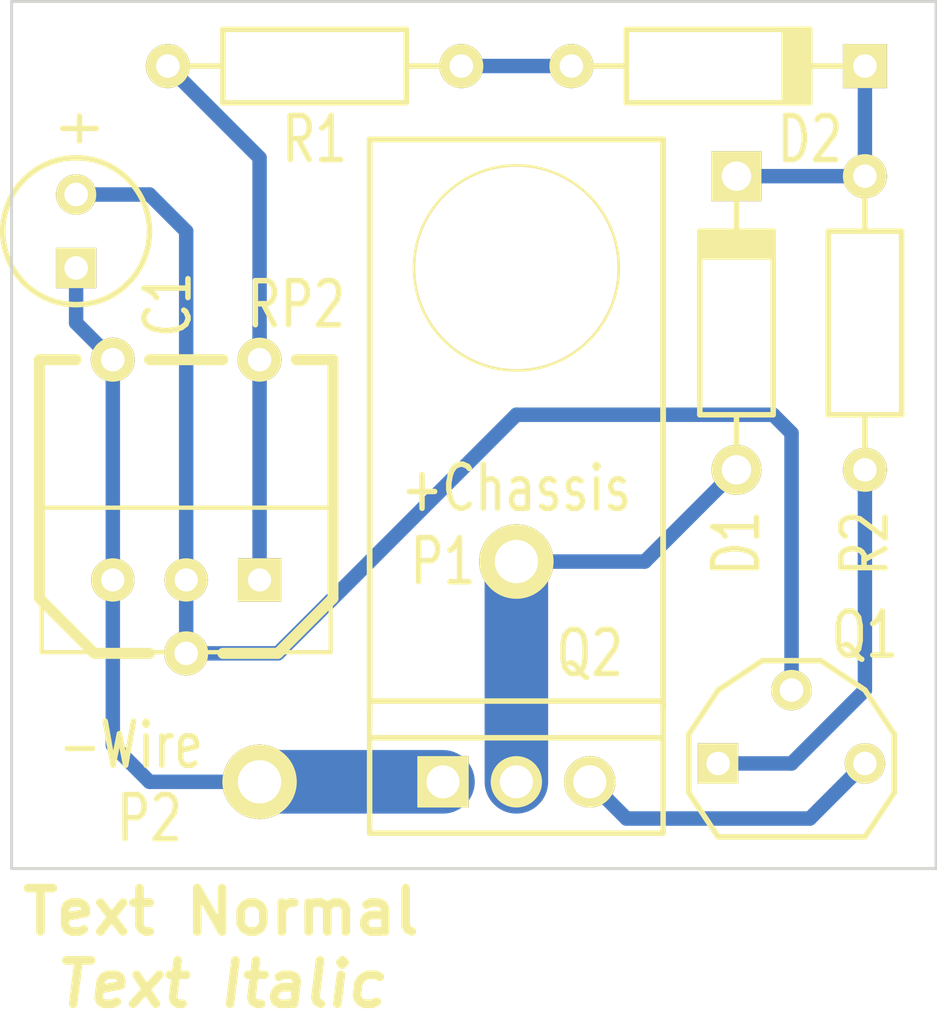
<source format=kicad_pcb>
(kicad_pcb (version 4) (host pcbnew 4.0.7+dfsg1-1)

  (general
    (links 16)
    (no_connects 0)
    (area 98.20595 98.33295 132.050001 130.050001)
    (thickness 1.6)
    (drawings 9)
    (tracks 31)
    (zones 0)
    (modules 12)
    (nets 9)
  )

  (page A4)
  (layers
    (0 F.Cu signal)
    (31 B.Cu signal)
    (32 B.Adhes user)
    (33 F.Adhes user)
    (34 B.Paste user)
    (35 F.Paste user)
    (36 B.SilkS user)
    (37 F.SilkS user)
    (38 B.Mask user)
    (39 F.Mask user)
    (40 Dwgs.User user)
    (41 Cmts.User user)
    (42 Eco1.User user)
    (43 Eco2.User user)
    (44 Edge.Cuts user)
    (45 Margin user)
    (46 B.CrtYd user)
    (47 F.CrtYd user)
    (48 B.Fab user)
    (49 F.Fab user)
  )

  (setup
    (last_trace_width 0.5)
    (user_trace_width 0.5)
    (trace_clearance 0.2)
    (zone_clearance 0.508)
    (zone_45_only no)
    (trace_min 0.2)
    (segment_width 0.2)
    (edge_width 0.1)
    (via_size 0.6)
    (via_drill 0.4)
    (via_min_size 0.4)
    (via_min_drill 0.3)
    (uvia_size 0.3)
    (uvia_drill 0.1)
    (uvias_allowed no)
    (uvia_min_size 0.2)
    (uvia_min_drill 0.1)
    (pcb_text_width 0.3)
    (pcb_text_size 1.5 1.5)
    (mod_edge_width 0.15)
    (mod_text_size 1 1)
    (mod_text_width 0.15)
    (pad_size 7 7)
    (pad_drill 7)
    (pad_to_mask_clearance 0)
    (aux_axis_origin 0 0)
    (visible_elements FFFFFF7F)
    (pcbplotparams
      (layerselection 0x010fc_80000001)
      (usegerberextensions false)
      (excludeedgelayer false)
      (linewidth 0.100000)
      (plotframeref false)
      (viasonmask false)
      (mode 1)
      (useauxorigin false)
      (hpglpennumber 1)
      (hpglpenspeed 20)
      (hpglpendiameter 15)
      (hpglpenoverlay 2)
      (psnegative false)
      (psa4output false)
      (plotreference true)
      (plotvalue true)
      (plotinvisibletext false)
      (padsonsilk false)
      (subtractmaskfromsilk false)
      (outputformat 1)
      (mirror false)
      (drillshape 0)
      (scaleselection 1)
      (outputdirectory production))
  )

  (net 0 "")
  (net 1 "Net-(C1-Pad2)")
  (net 2 "Net-(D1-Pad1)")
  (net 3 "Net-(D2-Pad2)")
  (net 4 "Net-(Q1-PadC)")
  (net 5 "Net-(Q1-PadE)")
  (net 6 /MINUS)
  (net 7 /PLUS)
  (net 8 "Net-(R1-Pad2)")

  (net_class Default "This is the default net class."
    (clearance 0.2)
    (trace_width 0.5)
    (via_dia 0.6)
    (via_drill 0.4)
    (uvia_dia 0.3)
    (uvia_drill 0.1)
    (add_net "Net-(C1-Pad2)")
    (add_net "Net-(D1-Pad1)")
    (add_net "Net-(D2-Pad2)")
    (add_net "Net-(Q1-PadC)")
    (add_net "Net-(Q1-PadE)")
    (add_net "Net-(R1-Pad2)")
  )

  (net_class Power ""
    (clearance 0.2)
    (trace_width 2.2)
    (via_dia 0.6)
    (via_drill 0.4)
    (uvia_dia 0.3)
    (uvia_drill 0.1)
    (add_net /MINUS)
    (add_net /PLUS)
  )

  (module d_gen:D_L400_W100_D40 (layer F.Cu) (tedit 57ED4B95) (tstamp 57ED4352)
    (at 125.095 111.125 90)
    (descr "Module D_L400_W100, length 400 width 100 drill 40")
    (path /56E87A10)
    (fp_text reference D1 (at -7.62 0 90) (layer F.SilkS)
      (effects (font (size 1.524 1.143) (thickness 0.1905)))
    )
    (fp_text value 1N4004 (at 0 -2.54 90) (layer F.SilkS) hide
      (effects (font (size 1.524 1.143) (thickness 0.1905)))
    )
    (fp_line (start -3.175 1.27) (end 3.175 1.27) (layer F.SilkS) (width 0.1905))
    (fp_line (start 3.175 1.27) (end 3.175 -1.27) (layer F.SilkS) (width 0.1905))
    (fp_line (start 3.175 -1.27) (end -3.175 -1.27) (layer F.SilkS) (width 0.1905))
    (fp_line (start -3.175 -1.27) (end -3.175 1.27) (layer F.SilkS) (width 0.1905))
    (fp_line (start -5.08 0) (end -3.175 0) (layer F.SilkS) (width 0.1905))
    (fp_line (start 5.08 0) (end 3.175 0) (layer F.SilkS) (width 0.1905))
    (fp_line (start 2.9972 1.27) (end 2.9972 -1.27) (layer F.SilkS) (width 0.1905))
    (fp_line (start 2.8194 1.27) (end 2.8194 -1.27) (layer F.SilkS) (width 0.1905))
    (fp_line (start 2.6416 1.27) (end 2.6416 -1.27) (layer F.SilkS) (width 0.1905))
    (fp_line (start 2.4638 1.27) (end 2.4638 -1.27) (layer F.SilkS) (width 0.1905))
    (fp_line (start 2.286 1.27) (end 2.286 -1.27) (layer F.SilkS) (width 0.1905))
    (pad 1 thru_hole rect (at 5.08 0 90) (size 1.7272 1.7272) (drill 1.016) (layers *.Cu *.Mask F.SilkS)
      (net 2 "Net-(D1-Pad1)"))
    (pad 2 thru_hole circle (at -5.08 0 90) (size 1.7272 1.7272) (drill 1.016) (layers *.Cu *.Mask F.SilkS)
      (net 7 /PLUS))
  )

  (module d_gen:D_L400_W100 (layer F.Cu) (tedit 57ED4B91) (tstamp 57ED4363)
    (at 124.46 102.235)
    (descr "Module D_L400_W100, length 400 width 100")
    (path /56E87547)
    (fp_text reference D2 (at 3.175 2.54) (layer F.SilkS)
      (effects (font (size 1.524 1.143) (thickness 0.1905)))
    )
    (fp_text value 5.1V (at 0 -2.54) (layer F.SilkS) hide
      (effects (font (size 1.524 1.143) (thickness 0.1905)))
    )
    (fp_line (start -3.175 1.27) (end 3.175 1.27) (layer F.SilkS) (width 0.1905))
    (fp_line (start 3.175 1.27) (end 3.175 -1.27) (layer F.SilkS) (width 0.1905))
    (fp_line (start 3.175 -1.27) (end -3.175 -1.27) (layer F.SilkS) (width 0.1905))
    (fp_line (start -3.175 -1.27) (end -3.175 1.27) (layer F.SilkS) (width 0.1905))
    (fp_line (start -5.08 0) (end -3.175 0) (layer F.SilkS) (width 0.1905))
    (fp_line (start 5.08 0) (end 3.175 0) (layer F.SilkS) (width 0.1905))
    (fp_line (start 2.9972 1.27) (end 2.9972 -1.27) (layer F.SilkS) (width 0.1905))
    (fp_line (start 2.8194 1.27) (end 2.8194 -1.27) (layer F.SilkS) (width 0.1905))
    (fp_line (start 2.6416 1.27) (end 2.6416 -1.27) (layer F.SilkS) (width 0.1905))
    (fp_line (start 2.4638 1.27) (end 2.4638 -1.27) (layer F.SilkS) (width 0.1905))
    (fp_line (start 2.286 1.27) (end 2.286 -1.27) (layer F.SilkS) (width 0.1905))
    (pad 1 thru_hole rect (at 5.08 0) (size 1.524 1.524) (drill 0.8128) (layers *.Cu *.Mask F.SilkS)
      (net 2 "Net-(D1-Pad1)"))
    (pad 2 thru_hole circle (at -5.08 0) (size 1.524 1.524) (drill 0.8128) (layers *.Cu *.Mask F.SilkS)
      (net 3 "Net-(D2-Pad2)"))
  )

  (module p_gen_conn:P_1_WIRE_1_5_MM (layer F.Cu) (tedit 57ED4C66) (tstamp 57ED4368)
    (at 117.475 119.38)
    (descr "Module P_1_WIRE_1_5_MM, drill 1.500000 MM")
    (path /56E876B9)
    (fp_text reference P1 (at -2.54 0) (layer F.SilkS)
      (effects (font (size 1.524 1.143) (thickness 0.1905)))
    )
    (fp_text value +Chassis (at 0 -2.54) (layer F.SilkS)
      (effects (font (size 1.524 1.143) (thickness 0.1905)))
    )
    (pad 1 thru_hole circle (at 0 0) (size 2.57556 2.57556) (drill 1.4986) (layers *.Cu *.Mask F.SilkS)
      (net 7 /PLUS))
  )

  (module p_gen_conn:P_1_WIRE_1_5_MM (layer F.Cu) (tedit 57ED4B74) (tstamp 57ED436D)
    (at 108.585 127)
    (descr "Module P_1_WIRE_1_5_MM, drill 1.500000 MM")
    (path /56E8779A)
    (fp_text reference P2 (at -3.81 1.27) (layer F.SilkS)
      (effects (font (size 1.524 1.143) (thickness 0.1905)))
    )
    (fp_text value -Wire (at -4.445 -1.27) (layer F.SilkS)
      (effects (font (size 1.524 1.143) (thickness 0.1905)))
    )
    (pad 1 thru_hole circle (at 0 0) (size 2.57556 2.57556) (drill 1.4986) (layers *.Cu *.Mask F.SilkS)
      (net 6 /MINUS))
  )

  (module q_gen:Q_3_TO92_CBE (layer F.Cu) (tedit 57ED4BA0) (tstamp 57ED438E)
    (at 127 126.365)
    (descr "Module Q_3_TO92_CBE")
    (path /56E873FA)
    (fp_text reference Q1 (at 2.54 -4.445) (layer F.SilkS)
      (effects (font (size 1.524 1.143) (thickness 0.1905)))
    )
    (fp_text value BC337 (at 0 -4.826) (layer F.SilkS) hide
      (effects (font (size 1.524 1.143) (thickness 0.1905)))
    )
    (fp_line (start 2.54 2.54) (end 3.556 1.016) (layer F.SilkS) (width 0.1905))
    (fp_line (start 3.556 1.016) (end 3.556 -1.016) (layer F.SilkS) (width 0.1905))
    (fp_line (start 3.556 -1.016) (end 2.54 -2.54) (layer F.SilkS) (width 0.1905))
    (fp_line (start 2.54 -2.54) (end 1.016 -3.556) (layer F.SilkS) (width 0.1905))
    (fp_line (start 1.016 -3.556) (end -1.016 -3.556) (layer F.SilkS) (width 0.1905))
    (fp_line (start -1.016 -3.556) (end -2.54 -2.54) (layer F.SilkS) (width 0.1905))
    (fp_line (start -2.54 -2.54) (end -3.556 -1.016) (layer F.SilkS) (width 0.1905))
    (fp_line (start -3.556 -1.016) (end -3.556 1.016) (layer F.SilkS) (width 0.1905))
    (fp_line (start -3.556 1.016) (end -2.54 2.54) (layer F.SilkS) (width 0.1905))
    (fp_line (start -2.54 2.54) (end 2.54 2.54) (layer F.SilkS) (width 0.1905))
    (pad C thru_hole rect (at -2.54 0) (size 1.397 1.397) (drill 0.8128) (layers *.Cu *.Mask F.SilkS)
      (net 4 "Net-(Q1-PadC)"))
    (pad B thru_hole circle (at 0 -2.54) (size 1.397 1.397) (drill 0.8128) (layers *.Cu *.Mask F.SilkS)
      (net 1 "Net-(C1-Pad2)"))
    (pad E thru_hole circle (at 2.54 0) (size 1.397 1.397) (drill 0.8128) (layers *.Cu *.Mask F.SilkS)
      (net 5 "Net-(Q1-PadE)"))
  )

  (module r_gen:R_L400_W100 (layer F.Cu) (tedit 200000) (tstamp 57ED43B6)
    (at 110.49 102.235)
    (descr "Module R_L400_W100, length 400 width 100")
    (path /56E8749D)
    (fp_text reference R1 (at 0 2.54) (layer F.SilkS)
      (effects (font (size 1.524 1.143) (thickness 0.1905)))
    )
    (fp_text value 470 (at 0 -2.54) (layer F.SilkS) hide
      (effects (font (size 1.524 1.143) (thickness 0.1905)))
    )
    (fp_line (start -3.175 1.27) (end 3.175 1.27) (layer F.SilkS) (width 0.1905))
    (fp_line (start 3.175 1.27) (end 3.175 -1.27) (layer F.SilkS) (width 0.1905))
    (fp_line (start 3.175 -1.27) (end -3.175 -1.27) (layer F.SilkS) (width 0.1905))
    (fp_line (start -3.175 -1.27) (end -3.175 1.27) (layer F.SilkS) (width 0.1905))
    (fp_line (start -5.08 0) (end -3.175 0) (layer F.SilkS) (width 0.1905))
    (fp_line (start 5.08 0) (end 3.175 0) (layer F.SilkS) (width 0.1905))
    (pad 1 thru_hole circle (at 5.08 0) (size 1.524 1.524) (drill 0.8128) (layers *.Cu *.Mask F.SilkS)
      (net 3 "Net-(D2-Pad2)"))
    (pad 2 thru_hole circle (at -5.08 0) (size 1.524 1.524) (drill 0.8128) (layers *.Cu *.Mask F.SilkS)
      (net 8 "Net-(R1-Pad2)"))
  )

  (module r_gen:R_L400_W100 (layer F.Cu) (tedit 57ED4B97) (tstamp 57ED43C2)
    (at 129.54 111.125 90)
    (descr "Module R_L400_W100, length 400 width 100")
    (path /56E87C60)
    (fp_text reference R2 (at -7.62 0 90) (layer F.SilkS)
      (effects (font (size 1.524 1.143) (thickness 0.1905)))
    )
    (fp_text value 1k (at 0 -2.54 90) (layer F.SilkS) hide
      (effects (font (size 1.524 1.143) (thickness 0.1905)))
    )
    (fp_line (start -3.175 1.27) (end 3.175 1.27) (layer F.SilkS) (width 0.1905))
    (fp_line (start 3.175 1.27) (end 3.175 -1.27) (layer F.SilkS) (width 0.1905))
    (fp_line (start 3.175 -1.27) (end -3.175 -1.27) (layer F.SilkS) (width 0.1905))
    (fp_line (start -3.175 -1.27) (end -3.175 1.27) (layer F.SilkS) (width 0.1905))
    (fp_line (start -5.08 0) (end -3.175 0) (layer F.SilkS) (width 0.1905))
    (fp_line (start 5.08 0) (end 3.175 0) (layer F.SilkS) (width 0.1905))
    (pad 1 thru_hole circle (at 5.08 0 90) (size 1.524 1.524) (drill 0.8128) (layers *.Cu *.Mask F.SilkS)
      (net 2 "Net-(D1-Pad1)"))
    (pad 2 thru_hole circle (at -5.08 0 90) (size 1.524 1.524) (drill 0.8128) (layers *.Cu *.Mask F.SilkS)
      (net 4 "Net-(Q1-PadC)"))
  )

  (module c_gen:C_W100_D200 (layer F.Cu) (tedit 57ED4B80) (tstamp 57ED465E)
    (at 102.235 107.95 90)
    (descr "Module C_W100_D200, distance 100 diameter 200")
    (path /56E874F2)
    (fp_text reference C1 (at -2.54 3.175 90) (layer F.SilkS)
      (effects (font (size 1.524 1.143) (thickness 0.1905)))
    )
    (fp_text value 22uF (at 0 -2.667 90) (layer F.SilkS) hide
      (effects (font (size 1.524 1.143) (thickness 0.1905)))
    )
    (fp_text user + (at 3.556 0 90) (layer F.SilkS)
      (effects (font (size 1.524 1.143) (thickness 0.1905)))
    )
    (fp_circle (center 0 0) (end 2.54 0) (layer F.SilkS) (width 0.1905))
    (pad 1 thru_hole rect (at -1.27 0 90) (size 1.397 1.397) (drill 0.8128) (layers *.Cu *.Mask F.SilkS)
      (net 6 /MINUS))
    (pad 2 thru_hole circle (at 1.27 0 90) (size 1.397 1.397) (drill 0.8128) (layers *.Cu *.Mask F.SilkS)
      (net 1 "Net-(C1-Pad2)"))
  )

  (module mech_gen:HOLE_3_5MM_7 (layer F.Cu) (tedit 57ED4B8D) (tstamp 57ED466A)
    (at 117.475 109.22)
    (descr "Module HOLE_3_5MM_7, hole 3.500000MM, space 7.000000")
    (path /57ED4590)
    (fp_text reference M1 (at 0 -3.81) (layer F.SilkS) hide
      (effects (font (size 1.524 1.143) (thickness 0.1905)))
    )
    (fp_text value HOLE (at 0 0) (layer F.SilkS) hide
      (effects (font (thickness 0.15)))
    )
    (fp_circle (center 0 0) (end 3.49758 0) (layer F.SilkS) (width 0.1905))
    (pad "" np_thru_hole circle (at 0 0) (size 7 7) (drill 7) (layers *.Cu *.SilkS *.Mask))
  )

  (module q_gen:Q_3_TO220_CAG_V (layer F.Cu) (tedit 57ED4BA9) (tstamp 57ED466B)
    (at 117.475 127)
    (descr "Module Q_3_TO220_CAG_V")
    (path /56E88BEC)
    (fp_text reference Q2 (at 2.54 -4.445) (layer F.SilkS)
      (effects (font (size 1.524 1.143) (thickness 0.1905)))
    )
    (fp_text value S0805MH (at 0 -4.064) (layer F.SilkS) hide
      (effects (font (size 1.524 1.143) (thickness 0.1905)))
    )
    (fp_line (start 5.08 -2.794) (end -5.08 -2.794) (layer F.SilkS) (width 0.1905))
    (fp_line (start -5.08 -2.794) (end -5.08 1.778) (layer F.SilkS) (width 0.1905))
    (fp_line (start -5.08 1.778) (end 5.08 1.778) (layer F.SilkS) (width 0.1905))
    (fp_line (start 5.08 1.778) (end 5.08 -2.794) (layer F.SilkS) (width 0.1905))
    (fp_line (start 5.08 -1.524) (end -5.08 -1.524) (layer F.SilkS) (width 0.1905))
    (pad C thru_hole rect (at -2.54 0) (size 1.778 1.778) (drill 1.143) (layers *.Cu *.Mask F.SilkS)
      (net 6 /MINUS))
    (pad A thru_hole circle (at 0 0) (size 1.778 1.778) (drill 1.143) (layers *.Cu *.Mask F.SilkS)
      (net 7 /PLUS))
    (pad G thru_hole circle (at 2.54 0) (size 1.778 1.778) (drill 1.143) (layers *.Cu *.Mask F.SilkS)
      (net 5 "Net-(Q1-PadE)"))
  )

  (module misc:RP_TH_H (layer F.Cu) (tedit 57ED52A8) (tstamp 57ED9A77)
    (at 106.045 117.475 180)
    (path /57ED53FE)
    (fp_text reference RP1 (at 0 1.905 180) (layer F.SilkS) hide
      (effects (font (thickness 0.3048)))
    )
    (fp_text value 1k (at 0 7.62 180) (layer F.SilkS) hide
      (effects (font (thickness 0.3048)))
    )
    (fp_line (start -3.81 5.08) (end -5.08 5.08) (layer F.SilkS) (width 0.381))
    (fp_line (start -5.08 5.08) (end -5.08 -3.175) (layer F.SilkS) (width 0.381))
    (fp_line (start -5.08 -3.175) (end -3.175 -5.08) (layer F.SilkS) (width 0.381))
    (fp_line (start -3.175 -5.08) (end -1.27 -5.08) (layer F.SilkS) (width 0.381))
    (fp_line (start 1.27 5.08) (end -1.27 5.08) (layer F.SilkS) (width 0.381))
    (fp_line (start 1.27 -5.08) (end 3.175 -5.08) (layer F.SilkS) (width 0.381))
    (fp_line (start 3.175 -5.08) (end 5.08 -3.175) (layer F.SilkS) (width 0.381))
    (fp_line (start 5.08 -3.175) (end 5.08 5.08) (layer F.SilkS) (width 0.381))
    (fp_line (start 5.08 5.08) (end 3.81 5.08) (layer F.SilkS) (width 0.381))
    (pad 1 thru_hole circle (at -2.54 5.08 180) (size 1.524 1.524) (drill 0.8128) (layers *.Cu *.Mask F.SilkS)
      (net 8 "Net-(R1-Pad2)"))
    (pad 2 thru_hole circle (at 2.54 5.08 180) (size 1.524 1.524) (drill 0.8128) (layers *.Cu *.Mask F.SilkS)
      (net 6 /MINUS))
    (pad 3 thru_hole circle (at 0 -5.08 180) (size 1.524 1.524) (drill 0.8128) (layers *.Cu *.Mask F.SilkS)
      (net 1 "Net-(C1-Pad2)"))
  )

  (module misc:RP_TH_V_10x5mm (layer F.Cu) (tedit 57ED52D0) (tstamp 57ED9A82)
    (at 106.045 120.015 180)
    (path /56E8757A)
    (fp_text reference RP2 (at -3.81 9.525 180) (layer F.SilkS)
      (effects (font (size 1.524 1.143) (thickness 0.1905)))
    )
    (fp_text value 1k (at 0 3.556 180) (layer F.SilkS) hide
      (effects (font (size 1 1) (thickness 0.15)))
    )
    (fp_line (start -5 2.5) (end -5 -2.5) (layer F.SilkS) (width 0.15))
    (fp_line (start -5 -2.5) (end 5 -2.5) (layer F.SilkS) (width 0.15))
    (fp_line (start 5 -2.5) (end 5 2.5) (layer F.SilkS) (width 0.15))
    (fp_line (start 5 2.5) (end -5 2.5) (layer F.SilkS) (width 0.15))
    (pad 1 thru_hole rect (at -2.54 0 180) (size 1.5 1.5) (drill 0.8) (layers *.Cu *.Mask F.SilkS)
      (net 8 "Net-(R1-Pad2)"))
    (pad 2 thru_hole circle (at 2.54 0 180) (size 1.5 1.5) (drill 0.8) (layers *.Cu *.Mask F.SilkS)
      (net 6 /MINUS))
    (pad 3 thru_hole circle (at 0 0 180) (size 1.5 1.5) (drill 0.8) (layers *.Cu *.Mask F.SilkS)
      (net 1 "Net-(C1-Pad2)"))
  )

  (gr_text "Text Italic" (at 107.25 134) (layer F.SilkS) (tstamp 5A26376E)
    (effects (font (size 1.5 1.5) (thickness 0.3) italic))
  )
  (gr_text "Text Normal" (at 107.25 131.5) (layer F.SilkS)
    (effects (font (size 1.5 1.5) (thickness 0.3)))
  )
  (gr_line (start 100 130) (end 100 100) (angle 90) (layer Edge.Cuts) (width 0.1))
  (gr_line (start 132 130) (end 100 130) (angle 90) (layer Edge.Cuts) (width 0.1))
  (gr_line (start 132 100) (end 132 130) (angle 90) (layer Edge.Cuts) (width 0.1))
  (gr_line (start 100 100) (end 132 100) (angle 90) (layer Edge.Cuts) (width 0.1))
  (gr_line (start 122.555 104.775) (end 122.555 124.46) (angle 90) (layer F.SilkS) (width 0.2))
  (gr_line (start 112.395 104.775) (end 122.555 104.775) (angle 90) (layer F.SilkS) (width 0.2))
  (gr_line (start 112.395 124.46) (end 112.395 104.775) (angle 90) (layer F.SilkS) (width 0.2))

  (segment (start 106.045 120.015) (end 106.045 107.95) (width 0.5) (layer B.Cu) (net 1))
  (segment (start 104.775 106.68) (end 102.235 106.68) (width 0.5) (layer B.Cu) (net 1) (tstamp 57ED9B0A))
  (segment (start 106.045 107.95) (end 104.775 106.68) (width 0.5) (layer B.Cu) (net 1) (tstamp 57ED9B09))
  (segment (start 106.045 122.555) (end 106.045 120.015) (width 0.5) (layer B.Cu) (net 1))
  (segment (start 106.045 122.555) (end 109.22 122.555) (width 0.5) (layer B.Cu) (net 1))
  (segment (start 109.22 122.555) (end 117.475 114.3) (width 0.5) (layer B.Cu) (net 1) (tstamp 57ED9AA9))
  (segment (start 127 123.825) (end 127 114.935) (width 0.5) (layer B.Cu) (net 1))
  (segment (start 127 114.935) (end 126.365 114.3) (width 0.5) (layer B.Cu) (net 1) (tstamp 57ED98CB))
  (segment (start 126.365 114.3) (end 117.475 114.3) (width 0.5) (layer B.Cu) (net 1) (tstamp 57ED98CC))
  (segment (start 129.54 106.045) (end 125.095 106.045) (width 0.5) (layer B.Cu) (net 2))
  (segment (start 129.54 102.235) (end 129.54 106.045) (width 0.5) (layer B.Cu) (net 2))
  (segment (start 115.57 102.235) (end 119.38 102.235) (width 0.5) (layer B.Cu) (net 3))
  (segment (start 124.46 126.365) (end 127 126.365) (width 0.5) (layer B.Cu) (net 4))
  (segment (start 129.54 123.825) (end 129.54 116.205) (width 0.5) (layer B.Cu) (net 4) (tstamp 57ED98C3))
  (segment (start 127 126.365) (end 129.54 123.825) (width 0.5) (layer B.Cu) (net 4) (tstamp 57ED98C1))
  (segment (start 120.015 127) (end 121.285 128.27) (width 0.5) (layer B.Cu) (net 5))
  (segment (start 127.635 128.27) (end 129.54 126.365) (width 0.5) (layer B.Cu) (net 5) (tstamp 57ED98C8))
  (segment (start 121.285 128.27) (end 127.635 128.27) (width 0.5) (layer B.Cu) (net 5) (tstamp 57ED98C7))
  (segment (start 114.935 127) (end 108.585 127) (width 2.2) (layer B.Cu) (net 6))
  (segment (start 103.505 120.015) (end 103.505 125.73) (width 0.5) (layer B.Cu) (net 6))
  (segment (start 103.505 125.73) (end 104.775 127) (width 0.5) (layer B.Cu) (net 6) (tstamp 57ED98A8))
  (segment (start 104.775 127) (end 108.585 127) (width 0.5) (layer B.Cu) (net 6) (tstamp 57ED98A9))
  (segment (start 103.505 112.395) (end 103.505 120.015) (width 0.5) (layer B.Cu) (net 6))
  (segment (start 102.235 109.22) (end 102.235 111.125) (width 0.5) (layer B.Cu) (net 6))
  (segment (start 102.235 111.125) (end 103.505 112.395) (width 0.5) (layer B.Cu) (net 6) (tstamp 57ED98AC))
  (segment (start 117.475 127) (end 117.475 119.38) (width 2.2) (layer B.Cu) (net 7))
  (segment (start 117.475 119.38) (end 121.92 119.38) (width 0.5) (layer B.Cu) (net 7))
  (segment (start 121.92 119.38) (end 125.095 116.205) (width 0.5) (layer B.Cu) (net 7) (tstamp 57ED98BD))
  (segment (start 108.585 120.015) (end 108.585 112.395) (width 0.5) (layer B.Cu) (net 8))
  (segment (start 108.585 112.395) (end 108.585 105.41) (width 0.5) (layer B.Cu) (net 8))
  (segment (start 108.585 105.41) (end 105.41 102.235) (width 0.5) (layer B.Cu) (net 8) (tstamp 57ED98B3))

)

</source>
